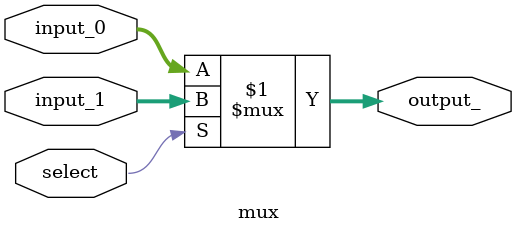
<source format=v>
module mux (
    input  wire [63:0] input_0, 
    input  wire [63:0] input_1, 
    input  wire select,         
    output wire [63:0] output_  
);
    assign output_ = select ? input_1 : input_0; 
endmodule
</source>
